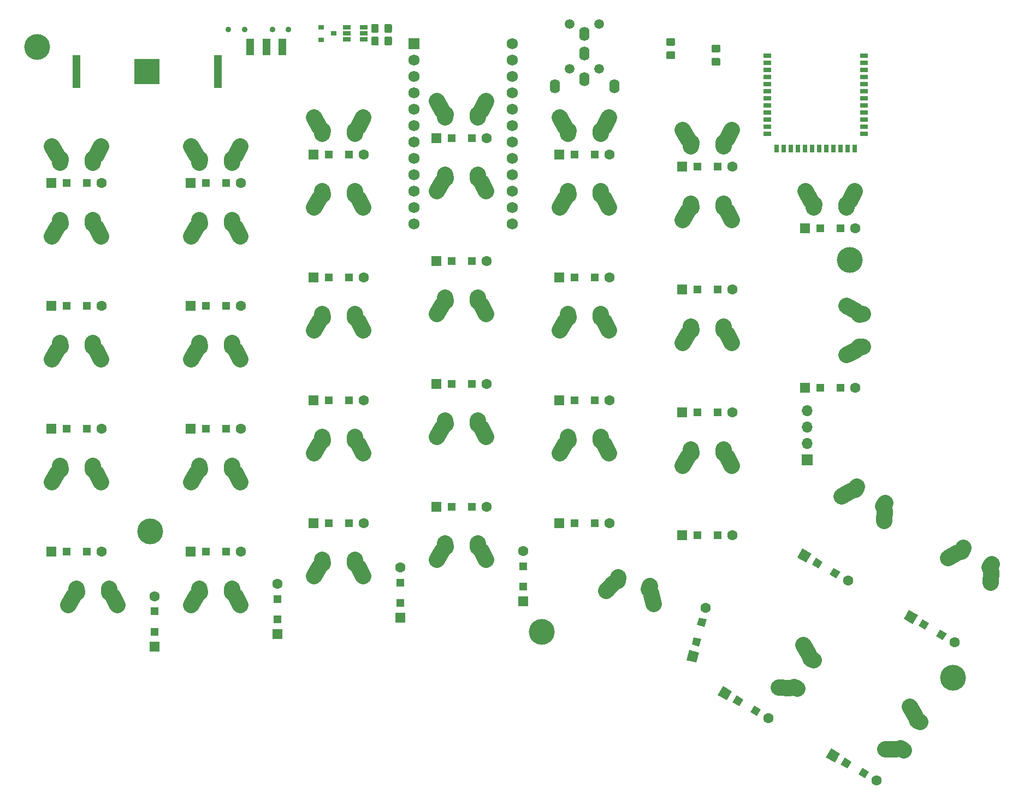
<source format=gts>
G04 #@! TF.GenerationSoftware,KiCad,Pcbnew,5.1.5-52549c5~84~ubuntu18.04.1*
G04 #@! TF.CreationDate,2020-04-02T09:30:30-07:00*
G04 #@! TF.ProjectId,redox_rev1,7265646f-785f-4726-9576-312e6b696361,1.0*
G04 #@! TF.SameCoordinates,Original*
G04 #@! TF.FileFunction,Soldermask,Top*
G04 #@! TF.FilePolarity,Negative*
%FSLAX46Y46*%
G04 Gerber Fmt 4.6, Leading zero omitted, Abs format (unit mm)*
G04 Created by KiCad (PCBNEW 5.1.5-52549c5~84~ubuntu18.04.1) date 2020-04-02 09:30:30*
%MOMM*%
%LPD*%
G04 APERTURE LIST*
%ADD10C,0.100000*%
%ADD11C,2.500000*%
%ADD12R,1.198880X0.698500*%
%ADD13R,0.698500X1.198880*%
%ADD14C,4.000000*%
%ADD15O,1.700000X1.700000*%
%ADD16R,1.700000X1.700000*%
%ADD17R,1.200000X1.200000*%
%ADD18C,1.600000*%
%ADD19R,1.600000X1.600000*%
%ADD20R,1.270000X5.080000*%
%ADD21R,3.960000X3.960000*%
%ADD22C,0.900000*%
%ADD23R,1.250000X2.500000*%
%ADD24O,1.600000X2.200000*%
%ADD25C,1.500000*%
%ADD26R,1.752600X1.752600*%
%ADD27C,1.752600*%
%ADD28R,0.900000X0.800000*%
%ADD29R,1.220000X0.650000*%
G04 APERTURE END LIST*
D10*
G36*
X140086445Y-50238364D02*
G01*
X140110713Y-50241964D01*
X140134512Y-50247925D01*
X140157611Y-50256190D01*
X140179790Y-50266680D01*
X140200833Y-50279292D01*
X140220539Y-50293907D01*
X140238717Y-50310383D01*
X140255193Y-50328561D01*
X140269808Y-50348267D01*
X140282420Y-50369310D01*
X140292910Y-50391489D01*
X140301175Y-50414588D01*
X140307136Y-50438387D01*
X140310736Y-50462655D01*
X140311940Y-50487159D01*
X140311940Y-51387161D01*
X140310736Y-51411665D01*
X140307136Y-51435933D01*
X140301175Y-51459732D01*
X140292910Y-51482831D01*
X140282420Y-51505010D01*
X140269808Y-51526053D01*
X140255193Y-51545759D01*
X140238717Y-51563937D01*
X140220539Y-51580413D01*
X140200833Y-51595028D01*
X140179790Y-51607640D01*
X140157611Y-51618130D01*
X140134512Y-51626395D01*
X140110713Y-51632356D01*
X140086445Y-51635956D01*
X140061941Y-51637160D01*
X139411939Y-51637160D01*
X139387435Y-51635956D01*
X139363167Y-51632356D01*
X139339368Y-51626395D01*
X139316269Y-51618130D01*
X139294090Y-51607640D01*
X139273047Y-51595028D01*
X139253341Y-51580413D01*
X139235163Y-51563937D01*
X139218687Y-51545759D01*
X139204072Y-51526053D01*
X139191460Y-51505010D01*
X139180970Y-51482831D01*
X139172705Y-51459732D01*
X139166744Y-51435933D01*
X139163144Y-51411665D01*
X139161940Y-51387161D01*
X139161940Y-50487159D01*
X139163144Y-50462655D01*
X139166744Y-50438387D01*
X139172705Y-50414588D01*
X139180970Y-50391489D01*
X139191460Y-50369310D01*
X139204072Y-50348267D01*
X139218687Y-50328561D01*
X139235163Y-50310383D01*
X139253341Y-50293907D01*
X139273047Y-50279292D01*
X139294090Y-50266680D01*
X139316269Y-50256190D01*
X139339368Y-50247925D01*
X139363167Y-50241964D01*
X139387435Y-50238364D01*
X139411939Y-50237160D01*
X140061941Y-50237160D01*
X140086445Y-50238364D01*
G37*
G36*
X138036445Y-50238364D02*
G01*
X138060713Y-50241964D01*
X138084512Y-50247925D01*
X138107611Y-50256190D01*
X138129790Y-50266680D01*
X138150833Y-50279292D01*
X138170539Y-50293907D01*
X138188717Y-50310383D01*
X138205193Y-50328561D01*
X138219808Y-50348267D01*
X138232420Y-50369310D01*
X138242910Y-50391489D01*
X138251175Y-50414588D01*
X138257136Y-50438387D01*
X138260736Y-50462655D01*
X138261940Y-50487159D01*
X138261940Y-51387161D01*
X138260736Y-51411665D01*
X138257136Y-51435933D01*
X138251175Y-51459732D01*
X138242910Y-51482831D01*
X138232420Y-51505010D01*
X138219808Y-51526053D01*
X138205193Y-51545759D01*
X138188717Y-51563937D01*
X138170539Y-51580413D01*
X138150833Y-51595028D01*
X138129790Y-51607640D01*
X138107611Y-51618130D01*
X138084512Y-51626395D01*
X138060713Y-51632356D01*
X138036445Y-51635956D01*
X138011941Y-51637160D01*
X137361939Y-51637160D01*
X137337435Y-51635956D01*
X137313167Y-51632356D01*
X137289368Y-51626395D01*
X137266269Y-51618130D01*
X137244090Y-51607640D01*
X137223047Y-51595028D01*
X137203341Y-51580413D01*
X137185163Y-51563937D01*
X137168687Y-51545759D01*
X137154072Y-51526053D01*
X137141460Y-51505010D01*
X137130970Y-51482831D01*
X137122705Y-51459732D01*
X137116744Y-51435933D01*
X137113144Y-51411665D01*
X137111940Y-51387161D01*
X137111940Y-50487159D01*
X137113144Y-50462655D01*
X137116744Y-50438387D01*
X137122705Y-50414588D01*
X137130970Y-50391489D01*
X137141460Y-50369310D01*
X137154072Y-50348267D01*
X137168687Y-50328561D01*
X137185163Y-50310383D01*
X137203341Y-50293907D01*
X137223047Y-50279292D01*
X137244090Y-50266680D01*
X137266269Y-50256190D01*
X137289368Y-50247925D01*
X137313167Y-50241964D01*
X137337435Y-50238364D01*
X137361939Y-50237160D01*
X138011941Y-50237160D01*
X138036445Y-50238364D01*
G37*
D11*
X134619724Y-67309328D02*
X134580276Y-66730672D01*
X129080453Y-66229954D02*
X128269547Y-64770046D01*
X135079547Y-66229954D02*
X135890453Y-64770046D01*
X129540276Y-67309328D02*
X129579724Y-66730672D01*
D12*
X198495920Y-67246500D03*
X213492080Y-60647580D03*
X213492080Y-59547760D03*
D13*
X199946260Y-69596000D03*
D12*
X198495920Y-65046860D03*
X198495920Y-63947040D03*
X198495920Y-62847220D03*
X198495920Y-61747400D03*
X198495920Y-60647580D03*
X198495920Y-59547760D03*
X198495920Y-58447940D03*
X198495920Y-57348120D03*
X198495920Y-56248300D03*
X213492080Y-55148480D03*
X213492080Y-56248300D03*
X213492080Y-57348120D03*
X213492080Y-58447940D03*
X213492080Y-61747400D03*
X213492080Y-62847220D03*
X213492080Y-63947040D03*
X213492080Y-65046860D03*
X213492080Y-66146680D03*
X213492080Y-67246500D03*
D13*
X212041740Y-69596000D03*
X210941920Y-69596000D03*
X209842100Y-69596000D03*
X208742280Y-69596000D03*
X207642460Y-69596000D03*
X206542640Y-69596000D03*
X205445360Y-69596000D03*
X204345540Y-69596000D03*
X203245720Y-69596000D03*
X202145900Y-69596000D03*
X201046080Y-69596000D03*
D12*
X198495920Y-55148480D03*
X198495920Y-66146680D03*
D14*
X163576000Y-144526000D03*
X227330000Y-151638000D03*
X85344000Y-53848000D03*
X211328000Y-86868000D03*
D15*
X204724000Y-110236000D03*
X204724000Y-112776000D03*
X204724000Y-115316000D03*
D16*
X204724000Y-117856000D03*
D17*
X89865000Y-74930000D03*
X93015000Y-74930000D03*
D18*
X95340000Y-74930000D03*
D19*
X87540000Y-74930000D03*
D17*
X111455000Y-74930000D03*
X114605000Y-74930000D03*
D18*
X116930000Y-74930000D03*
D19*
X109130000Y-74930000D03*
D17*
X130505000Y-70485000D03*
X133655000Y-70485000D03*
D18*
X135980000Y-70485000D03*
D19*
X128180000Y-70485000D03*
D17*
X149555000Y-67945000D03*
X152705000Y-67945000D03*
D18*
X155030000Y-67945000D03*
D19*
X147230000Y-67945000D03*
D17*
X168605000Y-70485000D03*
X171755000Y-70485000D03*
D18*
X174080000Y-70485000D03*
D19*
X166280000Y-70485000D03*
D17*
X187655000Y-72390000D03*
X190805000Y-72390000D03*
D18*
X193130000Y-72390000D03*
D19*
X185330000Y-72390000D03*
D17*
X206705000Y-81915000D03*
X209855000Y-81915000D03*
D18*
X212180000Y-81915000D03*
D19*
X204380000Y-81915000D03*
D17*
X89865000Y-93980000D03*
X93015000Y-93980000D03*
D18*
X95340000Y-93980000D03*
D19*
X87540000Y-93980000D03*
D17*
X111455000Y-93980000D03*
X114605000Y-93980000D03*
D18*
X116930000Y-93980000D03*
D19*
X109130000Y-93980000D03*
D17*
X130505000Y-89535000D03*
X133655000Y-89535000D03*
D18*
X135980000Y-89535000D03*
D19*
X128180000Y-89535000D03*
D17*
X149555000Y-86995000D03*
X152705000Y-86995000D03*
D18*
X155030000Y-86995000D03*
D19*
X147230000Y-86995000D03*
D17*
X168605000Y-89535000D03*
X171755000Y-89535000D03*
D18*
X174080000Y-89535000D03*
D19*
X166280000Y-89535000D03*
D17*
X187655000Y-91440000D03*
X190805000Y-91440000D03*
D18*
X193130000Y-91440000D03*
D19*
X185330000Y-91440000D03*
D17*
X206705000Y-106680000D03*
X209855000Y-106680000D03*
D18*
X212180000Y-106680000D03*
D19*
X204380000Y-106680000D03*
D17*
X89865000Y-113030000D03*
X93015000Y-113030000D03*
D18*
X95340000Y-113030000D03*
D19*
X87540000Y-113030000D03*
D17*
X111455000Y-113030000D03*
X114605000Y-113030000D03*
D18*
X116930000Y-113030000D03*
D19*
X109130000Y-113030000D03*
D17*
X130505000Y-108585000D03*
X133655000Y-108585000D03*
D18*
X135980000Y-108585000D03*
D19*
X128180000Y-108585000D03*
D17*
X149555000Y-106045000D03*
X152705000Y-106045000D03*
D18*
X155030000Y-106045000D03*
D19*
X147230000Y-106045000D03*
D17*
X168605000Y-108585000D03*
X171755000Y-108585000D03*
D18*
X174080000Y-108585000D03*
D19*
X166280000Y-108585000D03*
D17*
X187655000Y-110490000D03*
X190805000Y-110490000D03*
D18*
X193130000Y-110490000D03*
D19*
X185330000Y-110490000D03*
D10*
G36*
X207100625Y-133612885D02*
G01*
X206500625Y-134652115D01*
X205461395Y-134052115D01*
X206061395Y-133012885D01*
X207100625Y-133612885D01*
G37*
G36*
X209828605Y-135187885D02*
G01*
X209228605Y-136227115D01*
X208189375Y-135627115D01*
X208789375Y-134587885D01*
X209828605Y-135187885D01*
G37*
D18*
X211022499Y-136570000D03*
D10*
G36*
X205360321Y-132377180D02*
G01*
X204560321Y-133762820D01*
X203174681Y-132962820D01*
X203974681Y-131577180D01*
X205360321Y-132377180D01*
G37*
D17*
X89865000Y-132080000D03*
X93015000Y-132080000D03*
D18*
X95340000Y-132080000D03*
D19*
X87540000Y-132080000D03*
D17*
X111455000Y-132080000D03*
X114605000Y-132080000D03*
D18*
X116930000Y-132080000D03*
D19*
X109130000Y-132080000D03*
D17*
X130505000Y-127635000D03*
X133655000Y-127635000D03*
D18*
X135980000Y-127635000D03*
D19*
X128180000Y-127635000D03*
D17*
X149555000Y-125095000D03*
X152705000Y-125095000D03*
D18*
X155030000Y-125095000D03*
D19*
X147230000Y-125095000D03*
D17*
X168605000Y-127635000D03*
X171755000Y-127635000D03*
D18*
X174080000Y-127635000D03*
D19*
X166280000Y-127635000D03*
D17*
X187655000Y-129540000D03*
X190805000Y-129540000D03*
D18*
X193130000Y-129540000D03*
D19*
X185330000Y-129540000D03*
D10*
G36*
X223610625Y-143137885D02*
G01*
X223010625Y-144177115D01*
X221971395Y-143577115D01*
X222571395Y-142537885D01*
X223610625Y-143137885D01*
G37*
G36*
X226338605Y-144712885D02*
G01*
X225738605Y-145752115D01*
X224699375Y-145152115D01*
X225299375Y-144112885D01*
X226338605Y-144712885D01*
G37*
D18*
X227532499Y-146095000D03*
D10*
G36*
X221870321Y-141902180D02*
G01*
X221070321Y-143287820D01*
X219684681Y-142487820D01*
X220484681Y-141102180D01*
X221870321Y-141902180D01*
G37*
D17*
X103505000Y-144450000D03*
X103505000Y-141300000D03*
D18*
X103505000Y-138975000D03*
D19*
X103505000Y-146775000D03*
D17*
X122555000Y-142545000D03*
X122555000Y-139395000D03*
D18*
X122555000Y-137070000D03*
D19*
X122555000Y-144870000D03*
D17*
X141605000Y-140005000D03*
X141605000Y-136855000D03*
D18*
X141605000Y-134530000D03*
D19*
X141605000Y-142330000D03*
D17*
X160655000Y-137465000D03*
X160655000Y-134315000D03*
D18*
X160655000Y-131990000D03*
D19*
X160655000Y-139790000D03*
D10*
G36*
X187128096Y-145312486D02*
G01*
X188287207Y-145623069D01*
X187976624Y-146782180D01*
X186817513Y-146471597D01*
X187128096Y-145312486D01*
G37*
G36*
X187943376Y-142269820D02*
G01*
X189102487Y-142580403D01*
X188791904Y-143739514D01*
X187632793Y-143428931D01*
X187943376Y-142269820D01*
G37*
D18*
X188969394Y-140758889D03*
D10*
G36*
X186384921Y-147313315D02*
G01*
X187930402Y-147727426D01*
X187516291Y-149272907D01*
X185970810Y-148858796D01*
X186384921Y-147313315D01*
G37*
G36*
X194781625Y-154948885D02*
G01*
X194181625Y-155988115D01*
X193142395Y-155388115D01*
X193742395Y-154348885D01*
X194781625Y-154948885D01*
G37*
G36*
X197509605Y-156523885D02*
G01*
X196909605Y-157563115D01*
X195870375Y-156963115D01*
X196470375Y-155923885D01*
X197509605Y-156523885D01*
G37*
D18*
X198703499Y-157906000D03*
D10*
G36*
X193041321Y-153713180D02*
G01*
X192241321Y-155098820D01*
X190855681Y-154298820D01*
X191655681Y-152913180D01*
X193041321Y-153713180D01*
G37*
G36*
X211545625Y-164600885D02*
G01*
X210945625Y-165640115D01*
X209906395Y-165040115D01*
X210506395Y-164000885D01*
X211545625Y-164600885D01*
G37*
G36*
X214273605Y-166175885D02*
G01*
X213673605Y-167215115D01*
X212634375Y-166615115D01*
X213234375Y-165575885D01*
X214273605Y-166175885D01*
G37*
D18*
X215467499Y-167558000D03*
D10*
G36*
X209805321Y-163365180D02*
G01*
X209005321Y-164750820D01*
X207619681Y-163950820D01*
X208419681Y-162565180D01*
X209805321Y-163365180D01*
G37*
D14*
X102870000Y-128905000D03*
D11*
X175391441Y-136041416D02*
X175279779Y-136610566D01*
X180462604Y-138517681D02*
X180868028Y-140137721D01*
X174667925Y-136965002D02*
X173506797Y-138165286D01*
X180297812Y-137356074D02*
X180109940Y-137904804D01*
X88900276Y-118745672D02*
X88939724Y-119324328D01*
X94439547Y-119825046D02*
X95250453Y-121284954D01*
X88440453Y-119825046D02*
X87629547Y-121284954D01*
X93979724Y-118745672D02*
X93940276Y-119324328D01*
X88900276Y-99695672D02*
X88939724Y-100274328D01*
X94439547Y-100775046D02*
X95250453Y-102234954D01*
X88440453Y-100775046D02*
X87629547Y-102234954D01*
X93979724Y-99695672D02*
X93940276Y-100274328D01*
X88900276Y-80645672D02*
X88939724Y-81224328D01*
X94439547Y-81725046D02*
X95250453Y-83184954D01*
X88440453Y-81725046D02*
X87629547Y-83184954D01*
X93979724Y-80645672D02*
X93940276Y-81224328D01*
X93979724Y-71754328D02*
X93940276Y-71175672D01*
X88440453Y-70674954D02*
X87629547Y-69215046D01*
X94439547Y-70674954D02*
X95250453Y-69215046D01*
X88900276Y-71754328D02*
X88939724Y-71175672D01*
X228940198Y-131491310D02*
X228685034Y-132012166D01*
X233197660Y-135195712D02*
X233169972Y-136865482D01*
X228002294Y-132196165D02*
X226570074Y-133055029D01*
X233339130Y-134031034D02*
X233015638Y-134512442D01*
X148590276Y-130810672D02*
X148629724Y-131389328D01*
X154129547Y-131890046D02*
X154940453Y-133349954D01*
X148130453Y-131890046D02*
X147319547Y-133349954D01*
X153669724Y-130810672D02*
X153630276Y-131389328D01*
X129540276Y-133350672D02*
X129579724Y-133929328D01*
X135079547Y-134430046D02*
X135890453Y-135889954D01*
X129080453Y-134430046D02*
X128269547Y-135889954D01*
X134619724Y-133350672D02*
X134580276Y-133929328D01*
X110490276Y-137795672D02*
X110529724Y-138374328D01*
X116029547Y-138875046D02*
X116840453Y-140334954D01*
X110030453Y-138875046D02*
X109219547Y-140334954D01*
X115569724Y-137795672D02*
X115530276Y-138374328D01*
X91440276Y-137795672D02*
X91479724Y-138374328D01*
X96979547Y-138875046D02*
X97790453Y-140334954D01*
X90980453Y-138875046D02*
X90169547Y-140334954D01*
X96519724Y-137795672D02*
X96480276Y-138374328D01*
X186690276Y-116205672D02*
X186729724Y-116784328D01*
X192229547Y-117285046D02*
X193040453Y-118744954D01*
X186230453Y-117285046D02*
X185419547Y-118744954D01*
X191769724Y-116205672D02*
X191730276Y-116784328D01*
X167640276Y-114300672D02*
X167679724Y-114879328D01*
X173179547Y-115380046D02*
X173990453Y-116839954D01*
X167180453Y-115380046D02*
X166369547Y-116839954D01*
X172719724Y-114300672D02*
X172680276Y-114879328D01*
X148590276Y-111760672D02*
X148629724Y-112339328D01*
X154129547Y-112840046D02*
X154940453Y-114299954D01*
X148130453Y-112840046D02*
X147319547Y-114299954D01*
X153669724Y-111760672D02*
X153630276Y-112339328D01*
X129540276Y-114300672D02*
X129579724Y-114879328D01*
X135079547Y-115380046D02*
X135890453Y-116839954D01*
X129080453Y-115380046D02*
X128269547Y-116839954D01*
X134619724Y-114300672D02*
X134580276Y-114879328D01*
X110490276Y-118745672D02*
X110529724Y-119324328D01*
X116029547Y-119825046D02*
X116840453Y-121284954D01*
X110030453Y-119825046D02*
X109219547Y-121284954D01*
X115569724Y-118745672D02*
X115530276Y-119324328D01*
X212430198Y-121966310D02*
X212175034Y-122487166D01*
X216687660Y-125670712D02*
X216659972Y-127340482D01*
X211492294Y-122671165D02*
X210060074Y-123530029D01*
X216829130Y-124506034D02*
X216505638Y-124987442D01*
X186690276Y-97155672D02*
X186729724Y-97734328D01*
X192229547Y-98235046D02*
X193040453Y-99694954D01*
X186230453Y-98235046D02*
X185419547Y-99694954D01*
X191769724Y-97155672D02*
X191730276Y-97734328D01*
X167640276Y-95250672D02*
X167679724Y-95829328D01*
X173179547Y-96330046D02*
X173990453Y-97789954D01*
X167180453Y-96330046D02*
X166369547Y-97789954D01*
X172719724Y-95250672D02*
X172680276Y-95829328D01*
X148590276Y-92710672D02*
X148629724Y-93289328D01*
X154129547Y-93790046D02*
X154940453Y-95249954D01*
X148130453Y-93790046D02*
X147319547Y-95249954D01*
X153669724Y-92710672D02*
X153630276Y-93289328D01*
X129540276Y-95250672D02*
X129579724Y-95829328D01*
X135079547Y-96330046D02*
X135890453Y-97789954D01*
X129080453Y-96330046D02*
X128269547Y-97789954D01*
X134619724Y-95250672D02*
X134580276Y-95829328D01*
X110490276Y-99695672D02*
X110529724Y-100274328D01*
X116029547Y-100775046D02*
X116840453Y-102234954D01*
X110030453Y-100775046D02*
X109219547Y-102234954D01*
X115569724Y-99695672D02*
X115530276Y-100274328D01*
X186690276Y-78105672D02*
X186729724Y-78684328D01*
X192229547Y-79185046D02*
X193040453Y-80644954D01*
X186230453Y-79185046D02*
X185419547Y-80644954D01*
X191769724Y-78105672D02*
X191730276Y-78684328D01*
X167640276Y-76200672D02*
X167679724Y-76779328D01*
X173179547Y-77280046D02*
X173990453Y-78739954D01*
X167180453Y-77280046D02*
X166369547Y-78739954D01*
X172719724Y-76200672D02*
X172680276Y-76779328D01*
X148590276Y-73660672D02*
X148629724Y-74239328D01*
X154129547Y-74740046D02*
X154940453Y-76199954D01*
X148130453Y-74740046D02*
X147319547Y-76199954D01*
X153669724Y-73660672D02*
X153630276Y-74239328D01*
X129540276Y-76200672D02*
X129579724Y-76779328D01*
X135079547Y-77280046D02*
X135890453Y-78739954D01*
X129080453Y-77280046D02*
X128269547Y-78739954D01*
X134619724Y-76200672D02*
X134580276Y-76779328D01*
X110490276Y-80645672D02*
X110529724Y-81224328D01*
X116029547Y-81725046D02*
X116840453Y-83184954D01*
X110030453Y-81725046D02*
X109219547Y-83184954D01*
X115569724Y-80645672D02*
X115530276Y-81224328D01*
X210819724Y-78739328D02*
X210780276Y-78160672D01*
X205280453Y-77659954D02*
X204469547Y-76200046D01*
X211279547Y-77659954D02*
X212090453Y-76200046D01*
X205740276Y-78739328D02*
X205779724Y-78160672D01*
X191769724Y-69214328D02*
X191730276Y-68635672D01*
X186230453Y-68134954D02*
X185419547Y-66675046D01*
X192229547Y-68134954D02*
X193040453Y-66675046D01*
X186690276Y-69214328D02*
X186729724Y-68635672D01*
X172719724Y-67309328D02*
X172680276Y-66730672D01*
X167180453Y-66229954D02*
X166369547Y-64770046D01*
X173179547Y-66229954D02*
X173990453Y-64770046D01*
X167640276Y-67309328D02*
X167679724Y-66730672D01*
X153669724Y-64769328D02*
X153630276Y-64190672D01*
X148130453Y-63689954D02*
X147319547Y-62230046D01*
X154129547Y-63689954D02*
X154940453Y-62230046D01*
X148590276Y-64769328D02*
X148629724Y-64190672D01*
X115569724Y-71754328D02*
X115530276Y-71175672D01*
X110030453Y-70674954D02*
X109219547Y-69215046D01*
X116029547Y-70674954D02*
X116840453Y-69215046D01*
X110490276Y-71754328D02*
X110529724Y-71175672D01*
X213359328Y-95250276D02*
X212780672Y-95289724D01*
X212279954Y-100789547D02*
X210820046Y-101600453D01*
X212279954Y-94790453D02*
X210820046Y-93979547D01*
X213359328Y-100329724D02*
X212780672Y-100290276D01*
X222203690Y-158455198D02*
X221682834Y-158200034D01*
X218499288Y-162712660D02*
X216829518Y-162684972D01*
X221498835Y-157517294D02*
X220639971Y-156085074D01*
X219663966Y-162854130D02*
X219182558Y-162530638D01*
X205693690Y-148930198D02*
X205172834Y-148675034D01*
X201989288Y-153187660D02*
X200319518Y-153159972D01*
X204988835Y-147992294D02*
X204129971Y-146560074D01*
X203153966Y-153329130D02*
X202672558Y-153005638D01*
D20*
X113347000Y-57658000D03*
X91377000Y-57658000D03*
D21*
X102362000Y-57658000D03*
D22*
X117453200Y-51104800D03*
X124253200Y-51104800D03*
D23*
X118353200Y-53854800D03*
X120853200Y-53854800D03*
X123353200Y-53854800D03*
D22*
X114976700Y-51104800D03*
X121776700Y-51104800D03*
D24*
X170180000Y-54815600D03*
D25*
X167880000Y-50215600D03*
X167880000Y-57215600D03*
D24*
X170180000Y-51815600D03*
X170180000Y-58815600D03*
X165580000Y-59915600D03*
X174780000Y-59915600D03*
D25*
X172480000Y-50215600D03*
X172480000Y-57215600D03*
D26*
X143764000Y-53340000D03*
D27*
X143764000Y-55880000D03*
X143764000Y-58420000D03*
X143764000Y-60960000D03*
X143764000Y-63500000D03*
X143764000Y-66040000D03*
X143764000Y-68580000D03*
X143764000Y-71120000D03*
X143764000Y-73660000D03*
X143764000Y-76200000D03*
X143764000Y-78740000D03*
X159004000Y-81280000D03*
X159004000Y-78740000D03*
X159004000Y-76200000D03*
X159004000Y-73660000D03*
X159004000Y-71120000D03*
X159004000Y-68580000D03*
X159004000Y-66040000D03*
X159004000Y-63500000D03*
X159004000Y-60960000D03*
X159004000Y-58420000D03*
X159004000Y-55880000D03*
X143764000Y-81280000D03*
X159004000Y-53340000D03*
D10*
G36*
X140094065Y-52189084D02*
G01*
X140118333Y-52192684D01*
X140142132Y-52198645D01*
X140165231Y-52206910D01*
X140187410Y-52217400D01*
X140208453Y-52230012D01*
X140228159Y-52244627D01*
X140246337Y-52261103D01*
X140262813Y-52279281D01*
X140277428Y-52298987D01*
X140290040Y-52320030D01*
X140300530Y-52342209D01*
X140308795Y-52365308D01*
X140314756Y-52389107D01*
X140318356Y-52413375D01*
X140319560Y-52437879D01*
X140319560Y-53337881D01*
X140318356Y-53362385D01*
X140314756Y-53386653D01*
X140308795Y-53410452D01*
X140300530Y-53433551D01*
X140290040Y-53455730D01*
X140277428Y-53476773D01*
X140262813Y-53496479D01*
X140246337Y-53514657D01*
X140228159Y-53531133D01*
X140208453Y-53545748D01*
X140187410Y-53558360D01*
X140165231Y-53568850D01*
X140142132Y-53577115D01*
X140118333Y-53583076D01*
X140094065Y-53586676D01*
X140069561Y-53587880D01*
X139419559Y-53587880D01*
X139395055Y-53586676D01*
X139370787Y-53583076D01*
X139346988Y-53577115D01*
X139323889Y-53568850D01*
X139301710Y-53558360D01*
X139280667Y-53545748D01*
X139260961Y-53531133D01*
X139242783Y-53514657D01*
X139226307Y-53496479D01*
X139211692Y-53476773D01*
X139199080Y-53455730D01*
X139188590Y-53433551D01*
X139180325Y-53410452D01*
X139174364Y-53386653D01*
X139170764Y-53362385D01*
X139169560Y-53337881D01*
X139169560Y-52437879D01*
X139170764Y-52413375D01*
X139174364Y-52389107D01*
X139180325Y-52365308D01*
X139188590Y-52342209D01*
X139199080Y-52320030D01*
X139211692Y-52298987D01*
X139226307Y-52279281D01*
X139242783Y-52261103D01*
X139260961Y-52244627D01*
X139280667Y-52230012D01*
X139301710Y-52217400D01*
X139323889Y-52206910D01*
X139346988Y-52198645D01*
X139370787Y-52192684D01*
X139395055Y-52189084D01*
X139419559Y-52187880D01*
X140069561Y-52187880D01*
X140094065Y-52189084D01*
G37*
G36*
X138044065Y-52189084D02*
G01*
X138068333Y-52192684D01*
X138092132Y-52198645D01*
X138115231Y-52206910D01*
X138137410Y-52217400D01*
X138158453Y-52230012D01*
X138178159Y-52244627D01*
X138196337Y-52261103D01*
X138212813Y-52279281D01*
X138227428Y-52298987D01*
X138240040Y-52320030D01*
X138250530Y-52342209D01*
X138258795Y-52365308D01*
X138264756Y-52389107D01*
X138268356Y-52413375D01*
X138269560Y-52437879D01*
X138269560Y-53337881D01*
X138268356Y-53362385D01*
X138264756Y-53386653D01*
X138258795Y-53410452D01*
X138250530Y-53433551D01*
X138240040Y-53455730D01*
X138227428Y-53476773D01*
X138212813Y-53496479D01*
X138196337Y-53514657D01*
X138178159Y-53531133D01*
X138158453Y-53545748D01*
X138137410Y-53558360D01*
X138115231Y-53568850D01*
X138092132Y-53577115D01*
X138068333Y-53583076D01*
X138044065Y-53586676D01*
X138019561Y-53587880D01*
X137369559Y-53587880D01*
X137345055Y-53586676D01*
X137320787Y-53583076D01*
X137296988Y-53577115D01*
X137273889Y-53568850D01*
X137251710Y-53558360D01*
X137230667Y-53545748D01*
X137210961Y-53531133D01*
X137192783Y-53514657D01*
X137176307Y-53496479D01*
X137161692Y-53476773D01*
X137149080Y-53455730D01*
X137138590Y-53433551D01*
X137130325Y-53410452D01*
X137124364Y-53386653D01*
X137120764Y-53362385D01*
X137119560Y-53337881D01*
X137119560Y-52437879D01*
X137120764Y-52413375D01*
X137124364Y-52389107D01*
X137130325Y-52365308D01*
X137138590Y-52342209D01*
X137149080Y-52320030D01*
X137161692Y-52298987D01*
X137176307Y-52279281D01*
X137192783Y-52261103D01*
X137210961Y-52244627D01*
X137230667Y-52230012D01*
X137251710Y-52217400D01*
X137273889Y-52206910D01*
X137296988Y-52198645D01*
X137320787Y-52192684D01*
X137345055Y-52189084D01*
X137369559Y-52187880D01*
X138019561Y-52187880D01*
X138044065Y-52189084D01*
G37*
D28*
X131327400Y-51732180D03*
X129327400Y-52682180D03*
X129327400Y-50782180D03*
D10*
G36*
X184014905Y-54506104D02*
G01*
X184039173Y-54509704D01*
X184062972Y-54515665D01*
X184086071Y-54523930D01*
X184108250Y-54534420D01*
X184129293Y-54547032D01*
X184148999Y-54561647D01*
X184167177Y-54578123D01*
X184183653Y-54596301D01*
X184198268Y-54616007D01*
X184210880Y-54637050D01*
X184221370Y-54659229D01*
X184229635Y-54682328D01*
X184235596Y-54706127D01*
X184239196Y-54730395D01*
X184240400Y-54754899D01*
X184240400Y-55404901D01*
X184239196Y-55429405D01*
X184235596Y-55453673D01*
X184229635Y-55477472D01*
X184221370Y-55500571D01*
X184210880Y-55522750D01*
X184198268Y-55543793D01*
X184183653Y-55563499D01*
X184167177Y-55581677D01*
X184148999Y-55598153D01*
X184129293Y-55612768D01*
X184108250Y-55625380D01*
X184086071Y-55635870D01*
X184062972Y-55644135D01*
X184039173Y-55650096D01*
X184014905Y-55653696D01*
X183990401Y-55654900D01*
X183090399Y-55654900D01*
X183065895Y-55653696D01*
X183041627Y-55650096D01*
X183017828Y-55644135D01*
X182994729Y-55635870D01*
X182972550Y-55625380D01*
X182951507Y-55612768D01*
X182931801Y-55598153D01*
X182913623Y-55581677D01*
X182897147Y-55563499D01*
X182882532Y-55543793D01*
X182869920Y-55522750D01*
X182859430Y-55500571D01*
X182851165Y-55477472D01*
X182845204Y-55453673D01*
X182841604Y-55429405D01*
X182840400Y-55404901D01*
X182840400Y-54754899D01*
X182841604Y-54730395D01*
X182845204Y-54706127D01*
X182851165Y-54682328D01*
X182859430Y-54659229D01*
X182869920Y-54637050D01*
X182882532Y-54616007D01*
X182897147Y-54596301D01*
X182913623Y-54578123D01*
X182931801Y-54561647D01*
X182951507Y-54547032D01*
X182972550Y-54534420D01*
X182994729Y-54523930D01*
X183017828Y-54515665D01*
X183041627Y-54509704D01*
X183065895Y-54506104D01*
X183090399Y-54504900D01*
X183990401Y-54504900D01*
X184014905Y-54506104D01*
G37*
G36*
X184014905Y-52456104D02*
G01*
X184039173Y-52459704D01*
X184062972Y-52465665D01*
X184086071Y-52473930D01*
X184108250Y-52484420D01*
X184129293Y-52497032D01*
X184148999Y-52511647D01*
X184167177Y-52528123D01*
X184183653Y-52546301D01*
X184198268Y-52566007D01*
X184210880Y-52587050D01*
X184221370Y-52609229D01*
X184229635Y-52632328D01*
X184235596Y-52656127D01*
X184239196Y-52680395D01*
X184240400Y-52704899D01*
X184240400Y-53354901D01*
X184239196Y-53379405D01*
X184235596Y-53403673D01*
X184229635Y-53427472D01*
X184221370Y-53450571D01*
X184210880Y-53472750D01*
X184198268Y-53493793D01*
X184183653Y-53513499D01*
X184167177Y-53531677D01*
X184148999Y-53548153D01*
X184129293Y-53562768D01*
X184108250Y-53575380D01*
X184086071Y-53585870D01*
X184062972Y-53594135D01*
X184039173Y-53600096D01*
X184014905Y-53603696D01*
X183990401Y-53604900D01*
X183090399Y-53604900D01*
X183065895Y-53603696D01*
X183041627Y-53600096D01*
X183017828Y-53594135D01*
X182994729Y-53585870D01*
X182972550Y-53575380D01*
X182951507Y-53562768D01*
X182931801Y-53548153D01*
X182913623Y-53531677D01*
X182897147Y-53513499D01*
X182882532Y-53493793D01*
X182869920Y-53472750D01*
X182859430Y-53450571D01*
X182851165Y-53427472D01*
X182845204Y-53403673D01*
X182841604Y-53379405D01*
X182840400Y-53354901D01*
X182840400Y-52704899D01*
X182841604Y-52680395D01*
X182845204Y-52656127D01*
X182851165Y-52632328D01*
X182859430Y-52609229D01*
X182869920Y-52587050D01*
X182882532Y-52566007D01*
X182897147Y-52546301D01*
X182913623Y-52528123D01*
X182931801Y-52511647D01*
X182951507Y-52497032D01*
X182972550Y-52484420D01*
X182994729Y-52473930D01*
X183017828Y-52465665D01*
X183041627Y-52459704D01*
X183065895Y-52456104D01*
X183090399Y-52454900D01*
X183990401Y-52454900D01*
X184014905Y-52456104D01*
G37*
G36*
X191025305Y-55531104D02*
G01*
X191049573Y-55534704D01*
X191073372Y-55540665D01*
X191096471Y-55548930D01*
X191118650Y-55559420D01*
X191139693Y-55572032D01*
X191159399Y-55586647D01*
X191177577Y-55603123D01*
X191194053Y-55621301D01*
X191208668Y-55641007D01*
X191221280Y-55662050D01*
X191231770Y-55684229D01*
X191240035Y-55707328D01*
X191245996Y-55731127D01*
X191249596Y-55755395D01*
X191250800Y-55779899D01*
X191250800Y-56429901D01*
X191249596Y-56454405D01*
X191245996Y-56478673D01*
X191240035Y-56502472D01*
X191231770Y-56525571D01*
X191221280Y-56547750D01*
X191208668Y-56568793D01*
X191194053Y-56588499D01*
X191177577Y-56606677D01*
X191159399Y-56623153D01*
X191139693Y-56637768D01*
X191118650Y-56650380D01*
X191096471Y-56660870D01*
X191073372Y-56669135D01*
X191049573Y-56675096D01*
X191025305Y-56678696D01*
X191000801Y-56679900D01*
X190100799Y-56679900D01*
X190076295Y-56678696D01*
X190052027Y-56675096D01*
X190028228Y-56669135D01*
X190005129Y-56660870D01*
X189982950Y-56650380D01*
X189961907Y-56637768D01*
X189942201Y-56623153D01*
X189924023Y-56606677D01*
X189907547Y-56588499D01*
X189892932Y-56568793D01*
X189880320Y-56547750D01*
X189869830Y-56525571D01*
X189861565Y-56502472D01*
X189855604Y-56478673D01*
X189852004Y-56454405D01*
X189850800Y-56429901D01*
X189850800Y-55779899D01*
X189852004Y-55755395D01*
X189855604Y-55731127D01*
X189861565Y-55707328D01*
X189869830Y-55684229D01*
X189880320Y-55662050D01*
X189892932Y-55641007D01*
X189907547Y-55621301D01*
X189924023Y-55603123D01*
X189942201Y-55586647D01*
X189961907Y-55572032D01*
X189982950Y-55559420D01*
X190005129Y-55548930D01*
X190028228Y-55540665D01*
X190052027Y-55534704D01*
X190076295Y-55531104D01*
X190100799Y-55529900D01*
X191000801Y-55529900D01*
X191025305Y-55531104D01*
G37*
G36*
X191025305Y-53481104D02*
G01*
X191049573Y-53484704D01*
X191073372Y-53490665D01*
X191096471Y-53498930D01*
X191118650Y-53509420D01*
X191139693Y-53522032D01*
X191159399Y-53536647D01*
X191177577Y-53553123D01*
X191194053Y-53571301D01*
X191208668Y-53591007D01*
X191221280Y-53612050D01*
X191231770Y-53634229D01*
X191240035Y-53657328D01*
X191245996Y-53681127D01*
X191249596Y-53705395D01*
X191250800Y-53729899D01*
X191250800Y-54379901D01*
X191249596Y-54404405D01*
X191245996Y-54428673D01*
X191240035Y-54452472D01*
X191231770Y-54475571D01*
X191221280Y-54497750D01*
X191208668Y-54518793D01*
X191194053Y-54538499D01*
X191177577Y-54556677D01*
X191159399Y-54573153D01*
X191139693Y-54587768D01*
X191118650Y-54600380D01*
X191096471Y-54610870D01*
X191073372Y-54619135D01*
X191049573Y-54625096D01*
X191025305Y-54628696D01*
X191000801Y-54629900D01*
X190100799Y-54629900D01*
X190076295Y-54628696D01*
X190052027Y-54625096D01*
X190028228Y-54619135D01*
X190005129Y-54610870D01*
X189982950Y-54600380D01*
X189961907Y-54587768D01*
X189942201Y-54573153D01*
X189924023Y-54556677D01*
X189907547Y-54538499D01*
X189892932Y-54518793D01*
X189880320Y-54497750D01*
X189869830Y-54475571D01*
X189861565Y-54452472D01*
X189855604Y-54428673D01*
X189852004Y-54404405D01*
X189850800Y-54379901D01*
X189850800Y-53729899D01*
X189852004Y-53705395D01*
X189855604Y-53681127D01*
X189861565Y-53657328D01*
X189869830Y-53634229D01*
X189880320Y-53612050D01*
X189892932Y-53591007D01*
X189907547Y-53571301D01*
X189924023Y-53553123D01*
X189942201Y-53536647D01*
X189961907Y-53522032D01*
X189982950Y-53509420D01*
X190005129Y-53498930D01*
X190028228Y-53490665D01*
X190052027Y-53484704D01*
X190076295Y-53481104D01*
X190100799Y-53479900D01*
X191000801Y-53479900D01*
X191025305Y-53481104D01*
G37*
D29*
X133322700Y-52656780D03*
X133322700Y-51706780D03*
X133322700Y-50756780D03*
X135942700Y-50756780D03*
X135942700Y-51706780D03*
X135942700Y-52656780D03*
M02*

</source>
